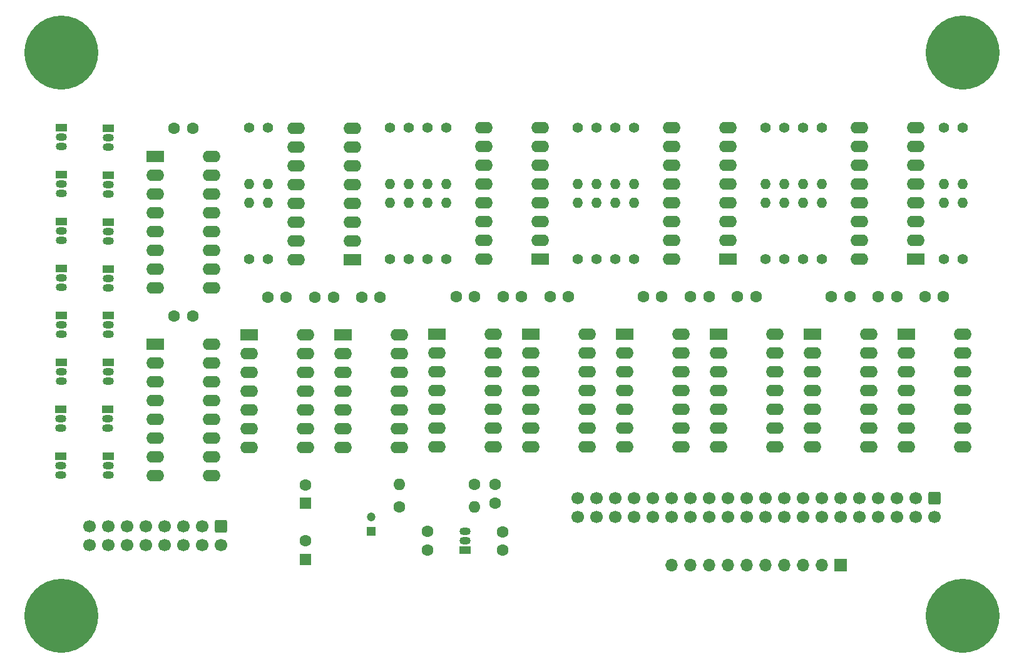
<source format=gbr>
%TF.GenerationSoftware,KiCad,Pcbnew,(6.0.6)*%
%TF.CreationDate,2022-08-01T21:04:17-04:00*%
%TF.ProjectId,calculator_interface,63616c63-756c-4617-946f-725f696e7465,rev?*%
%TF.SameCoordinates,Original*%
%TF.FileFunction,Soldermask,Top*%
%TF.FilePolarity,Negative*%
%FSLAX46Y46*%
G04 Gerber Fmt 4.6, Leading zero omitted, Abs format (unit mm)*
G04 Created by KiCad (PCBNEW (6.0.6)) date 2022-08-01 21:04:17*
%MOMM*%
%LPD*%
G01*
G04 APERTURE LIST*
G04 Aperture macros list*
%AMRoundRect*
0 Rectangle with rounded corners*
0 $1 Rounding radius*
0 $2 $3 $4 $5 $6 $7 $8 $9 X,Y pos of 4 corners*
0 Add a 4 corners polygon primitive as box body*
4,1,4,$2,$3,$4,$5,$6,$7,$8,$9,$2,$3,0*
0 Add four circle primitives for the rounded corners*
1,1,$1+$1,$2,$3*
1,1,$1+$1,$4,$5*
1,1,$1+$1,$6,$7*
1,1,$1+$1,$8,$9*
0 Add four rect primitives between the rounded corners*
20,1,$1+$1,$2,$3,$4,$5,0*
20,1,$1+$1,$4,$5,$6,$7,0*
20,1,$1+$1,$6,$7,$8,$9,0*
20,1,$1+$1,$8,$9,$2,$3,0*%
G04 Aperture macros list end*
%ADD10C,1.400000*%
%ADD11O,1.400000X1.400000*%
%ADD12R,1.600000X1.600000*%
%ADD13C,1.600000*%
%ADD14C,0.900000*%
%ADD15C,10.000000*%
%ADD16R,1.500000X1.050000*%
%ADD17O,1.500000X1.050000*%
%ADD18R,2.400000X1.600000*%
%ADD19O,2.400000X1.600000*%
%ADD20O,1.600000X1.600000*%
%ADD21R,1.200000X1.200000*%
%ADD22C,1.200000*%
%ADD23R,1.700000X1.700000*%
%ADD24O,1.700000X1.700000*%
%ADD25RoundRect,0.250000X-0.600000X0.600000X-0.600000X-0.600000X0.600000X-0.600000X0.600000X0.600000X0*%
%ADD26C,1.700000*%
G04 APERTURE END LIST*
D10*
%TO.C,R13*%
X105410000Y-60960000D03*
D11*
X105410000Y-53340000D03*
%TD*%
D12*
%TO.C,C5*%
X66040000Y-93980000D03*
D13*
X66040000Y-91480000D03*
%TD*%
%TO.C,C2*%
X92710000Y-100330000D03*
X92710000Y-97830000D03*
%TD*%
D14*
%TO.C,J4*%
X157591650Y-30368350D03*
X152288350Y-30368350D03*
X151190000Y-33020000D03*
X152288350Y-35671650D03*
X157591650Y-35671650D03*
D15*
X154940000Y-33020000D03*
D14*
X154940000Y-29270000D03*
X154940000Y-36770000D03*
X158690000Y-33020000D03*
%TD*%
D10*
%TO.C,R11*%
X85090000Y-60960000D03*
D11*
X85090000Y-53340000D03*
%TD*%
D16*
%TO.C,Q8*%
X39370000Y-62245000D03*
D17*
X39370000Y-63515000D03*
X39370000Y-64785000D03*
%TD*%
D13*
%TO.C,C20*%
X50800000Y-68595000D03*
X48300000Y-68595000D03*
%TD*%
D18*
%TO.C,U9*%
X109205000Y-71115000D03*
D19*
X109205000Y-73655000D03*
X109205000Y-76195000D03*
X109205000Y-78735000D03*
X109205000Y-81275000D03*
X109205000Y-83815000D03*
X109205000Y-86355000D03*
X116825000Y-86355000D03*
X116825000Y-83815000D03*
X116825000Y-81275000D03*
X116825000Y-78735000D03*
X116825000Y-76195000D03*
X116825000Y-73655000D03*
X116825000Y-71115000D03*
%TD*%
D13*
%TO.C,R33*%
X78740000Y-94488000D03*
D20*
X88900000Y-94488000D03*
%TD*%
D10*
%TO.C,R9*%
X82550000Y-43180000D03*
D11*
X82550000Y-50800000D03*
%TD*%
D21*
%TO.C,C4*%
X74930000Y-97790000D03*
D22*
X74930000Y-95790000D03*
%TD*%
D13*
%TO.C,C3*%
X82550000Y-97790000D03*
X82550000Y-100290000D03*
%TD*%
D10*
%TO.C,R27*%
X135890000Y-60960000D03*
D11*
X135890000Y-53340000D03*
%TD*%
D10*
%TO.C,R23*%
X128270000Y-43180000D03*
D11*
X128270000Y-50800000D03*
%TD*%
D18*
%TO.C,U8*%
X123190000Y-60960000D03*
D19*
X123190000Y-58420000D03*
X123190000Y-55880000D03*
X123190000Y-53340000D03*
X123190000Y-50800000D03*
X123190000Y-48260000D03*
X123190000Y-45720000D03*
X123190000Y-43180000D03*
X115570000Y-43180000D03*
X115570000Y-45720000D03*
X115570000Y-48260000D03*
X115570000Y-50800000D03*
X115570000Y-53340000D03*
X115570000Y-55880000D03*
X115570000Y-58420000D03*
X115570000Y-60960000D03*
%TD*%
D14*
%TO.C,J6*%
X154940000Y-112970000D03*
D15*
X154940000Y-109220000D03*
D14*
X152288350Y-106568350D03*
X157591650Y-106568350D03*
X152288350Y-111871650D03*
X151190000Y-109220000D03*
X157591650Y-111871650D03*
X154940000Y-105470000D03*
X158690000Y-109220000D03*
%TD*%
D13*
%TO.C,C16*%
X137185000Y-66035000D03*
X139685000Y-66035000D03*
%TD*%
%TO.C,R34*%
X88900000Y-91440000D03*
D20*
X78740000Y-91440000D03*
%TD*%
D16*
%TO.C,Q4*%
X39370000Y-49545000D03*
D17*
X39370000Y-50815000D03*
X39370000Y-52085000D03*
%TD*%
D18*
%TO.C,U13*%
X147305000Y-71110000D03*
D19*
X147305000Y-73650000D03*
X147305000Y-76190000D03*
X147305000Y-78730000D03*
X147305000Y-81270000D03*
X147305000Y-83810000D03*
X147305000Y-86350000D03*
X154925000Y-86350000D03*
X154925000Y-83810000D03*
X154925000Y-81270000D03*
X154925000Y-78730000D03*
X154925000Y-76190000D03*
X154925000Y-73650000D03*
X154925000Y-71110000D03*
%TD*%
D10*
%TO.C,R32*%
X154940000Y-43180000D03*
D11*
X154940000Y-50800000D03*
%TD*%
D10*
%TO.C,R8*%
X80010000Y-43180000D03*
D11*
X80010000Y-50800000D03*
%TD*%
D13*
%TO.C,C7*%
X95280000Y-66025000D03*
X92780000Y-66025000D03*
%TD*%
D16*
%TO.C,Q2*%
X39370000Y-43195000D03*
D17*
X39370000Y-44465000D03*
X39370000Y-45735000D03*
%TD*%
D18*
%TO.C,U7*%
X96535000Y-71100000D03*
D19*
X96535000Y-73640000D03*
X96535000Y-76180000D03*
X96535000Y-78720000D03*
X96535000Y-81260000D03*
X96535000Y-83800000D03*
X96535000Y-86340000D03*
X104155000Y-86340000D03*
X104155000Y-83800000D03*
X104155000Y-81260000D03*
X104155000Y-78720000D03*
X104155000Y-76180000D03*
X104155000Y-73640000D03*
X104155000Y-71100000D03*
%TD*%
D10*
%TO.C,R15*%
X102870000Y-43180000D03*
D11*
X102870000Y-50800000D03*
%TD*%
D10*
%TO.C,R16*%
X105410000Y-43180000D03*
D11*
X105410000Y-50800000D03*
%TD*%
D10*
%TO.C,R18*%
X110490000Y-43180000D03*
D11*
X110490000Y-50800000D03*
%TD*%
D16*
%TO.C,Q16*%
X39340000Y-87630000D03*
D17*
X39340000Y-88900000D03*
X39340000Y-90170000D03*
%TD*%
D16*
%TO.C,Q5*%
X33020000Y-55880000D03*
D17*
X33020000Y-57150000D03*
X33020000Y-58420000D03*
%TD*%
D10*
%TO.C,R30*%
X152400000Y-60960000D03*
D11*
X152400000Y-53340000D03*
%TD*%
D13*
%TO.C,C14*%
X111745000Y-66040000D03*
X114245000Y-66040000D03*
%TD*%
D14*
%TO.C,J3*%
X36770000Y-33020000D03*
X30368350Y-30368350D03*
X35671650Y-30368350D03*
D15*
X33020000Y-33020000D03*
D14*
X29270000Y-33020000D03*
X33020000Y-29270000D03*
X30368350Y-35671650D03*
X35671650Y-35671650D03*
X33020000Y-36770000D03*
%TD*%
D10*
%TO.C,R26*%
X135890000Y-43180000D03*
D11*
X135890000Y-50800000D03*
%TD*%
D18*
%TO.C,U2*%
X72375000Y-60975000D03*
D19*
X72375000Y-58435000D03*
X72375000Y-55895000D03*
X72375000Y-53355000D03*
X72375000Y-50815000D03*
X72375000Y-48275000D03*
X72375000Y-45735000D03*
X72375000Y-43195000D03*
X64755000Y-43195000D03*
X64755000Y-45735000D03*
X64755000Y-48275000D03*
X64755000Y-50815000D03*
X64755000Y-53355000D03*
X64755000Y-55895000D03*
X64755000Y-58435000D03*
X64755000Y-60975000D03*
%TD*%
D10*
%TO.C,R25*%
X133350000Y-43180000D03*
D11*
X133350000Y-50800000D03*
%TD*%
D10*
%TO.C,R19*%
X110490000Y-60960000D03*
D11*
X110490000Y-53340000D03*
%TD*%
D10*
%TO.C,R20*%
X107950000Y-60960000D03*
D11*
X107950000Y-53340000D03*
%TD*%
D16*
%TO.C,Q1*%
X33020000Y-43180000D03*
D17*
X33020000Y-44450000D03*
X33020000Y-45720000D03*
%TD*%
D16*
%TO.C,Q11*%
X32990000Y-74930000D03*
D17*
X32990000Y-76200000D03*
X32990000Y-77470000D03*
%TD*%
D10*
%TO.C,R2*%
X60960000Y-43180000D03*
D11*
X60960000Y-50800000D03*
%TD*%
D10*
%TO.C,R6*%
X77470000Y-60960000D03*
D11*
X77470000Y-53340000D03*
%TD*%
D16*
%TO.C,Q14*%
X39325000Y-81280000D03*
D17*
X39325000Y-82550000D03*
X39325000Y-83820000D03*
%TD*%
D10*
%TO.C,R21*%
X130810000Y-60960000D03*
D11*
X130810000Y-53340000D03*
%TD*%
D13*
%TO.C,C11*%
X73645000Y-66055000D03*
X76145000Y-66055000D03*
%TD*%
D23*
%TO.C,J7*%
X138425000Y-102320000D03*
D24*
X135885000Y-102320000D03*
X133345000Y-102320000D03*
X130805000Y-102320000D03*
X128265000Y-102320000D03*
X125725000Y-102320000D03*
X123185000Y-102320000D03*
X120645000Y-102320000D03*
X118105000Y-102320000D03*
X115565000Y-102320000D03*
%TD*%
D16*
%TO.C,Q9*%
X32990000Y-68580000D03*
D17*
X32990000Y-69850000D03*
X32990000Y-71120000D03*
%TD*%
D18*
%TO.C,U4*%
X71090000Y-71130000D03*
D19*
X71090000Y-73670000D03*
X71090000Y-76210000D03*
X71090000Y-78750000D03*
X71090000Y-81290000D03*
X71090000Y-83830000D03*
X71090000Y-86370000D03*
X78710000Y-86370000D03*
X78710000Y-83830000D03*
X78710000Y-81290000D03*
X78710000Y-78750000D03*
X78710000Y-76210000D03*
X78710000Y-73670000D03*
X78710000Y-71130000D03*
%TD*%
D13*
%TO.C,C13*%
X99130000Y-66025000D03*
X101630000Y-66025000D03*
%TD*%
D16*
%TO.C,Q10*%
X39340000Y-68580000D03*
D17*
X39340000Y-69850000D03*
X39340000Y-71120000D03*
%TD*%
D10*
%TO.C,R22*%
X128270000Y-60960000D03*
D11*
X128270000Y-53340000D03*
%TD*%
D16*
%TO.C,U1*%
X87630000Y-100330000D03*
D17*
X87630000Y-99060000D03*
X87630000Y-97790000D03*
%TD*%
D10*
%TO.C,R29*%
X154940000Y-60960000D03*
D11*
X154940000Y-53340000D03*
%TD*%
D16*
%TO.C,Q7*%
X33020000Y-62230000D03*
D17*
X33020000Y-63500000D03*
X33020000Y-64770000D03*
%TD*%
D18*
%TO.C,U3*%
X58390000Y-71130000D03*
D19*
X58390000Y-73670000D03*
X58390000Y-76210000D03*
X58390000Y-78750000D03*
X58390000Y-81290000D03*
X58390000Y-83830000D03*
X58390000Y-86370000D03*
X66010000Y-86370000D03*
X66010000Y-83830000D03*
X66010000Y-81290000D03*
X66010000Y-78750000D03*
X66010000Y-76210000D03*
X66010000Y-73670000D03*
X66010000Y-71130000D03*
%TD*%
D13*
%TO.C,C19*%
X48260000Y-43195000D03*
X50760000Y-43195000D03*
%TD*%
D18*
%TO.C,U15*%
X45705000Y-72450000D03*
D19*
X45705000Y-74990000D03*
X45705000Y-77530000D03*
X45705000Y-80070000D03*
X45705000Y-82610000D03*
X45705000Y-85150000D03*
X45705000Y-87690000D03*
X45705000Y-90230000D03*
X53325000Y-90230000D03*
X53325000Y-87690000D03*
X53325000Y-85150000D03*
X53325000Y-82610000D03*
X53325000Y-80070000D03*
X53325000Y-77530000D03*
X53325000Y-74990000D03*
X53325000Y-72450000D03*
%TD*%
D10*
%TO.C,R12*%
X82550000Y-60960000D03*
D11*
X82550000Y-53340000D03*
%TD*%
D13*
%TO.C,C18*%
X149845000Y-66035000D03*
X152345000Y-66035000D03*
%TD*%
D10*
%TO.C,R3*%
X60960000Y-60960000D03*
D11*
X60960000Y-53340000D03*
%TD*%
D13*
%TO.C,C10*%
X60945000Y-66055000D03*
X63445000Y-66055000D03*
%TD*%
D12*
%TO.C,C1*%
X66040000Y-101560000D03*
D13*
X66040000Y-99060000D03*
%TD*%
D18*
%TO.C,U10*%
X121920000Y-71120000D03*
D19*
X121920000Y-73660000D03*
X121920000Y-76200000D03*
X121920000Y-78740000D03*
X121920000Y-81280000D03*
X121920000Y-83820000D03*
X121920000Y-86360000D03*
X129540000Y-86360000D03*
X129540000Y-83820000D03*
X129540000Y-81280000D03*
X129540000Y-78740000D03*
X129540000Y-76200000D03*
X129540000Y-73660000D03*
X129540000Y-71120000D03*
%TD*%
D16*
%TO.C,Q6*%
X39370000Y-55895000D03*
D17*
X39370000Y-57165000D03*
X39370000Y-58435000D03*
%TD*%
D18*
%TO.C,U14*%
X45690000Y-47020000D03*
D19*
X45690000Y-49560000D03*
X45690000Y-52100000D03*
X45690000Y-54640000D03*
X45690000Y-57180000D03*
X45690000Y-59720000D03*
X45690000Y-62260000D03*
X45690000Y-64800000D03*
X53310000Y-64800000D03*
X53310000Y-62260000D03*
X53310000Y-59720000D03*
X53310000Y-57180000D03*
X53310000Y-54640000D03*
X53310000Y-52100000D03*
X53310000Y-49560000D03*
X53310000Y-47020000D03*
%TD*%
D16*
%TO.C,Q13*%
X32975000Y-81280000D03*
D17*
X32975000Y-82550000D03*
X32975000Y-83820000D03*
%TD*%
D18*
%TO.C,U12*%
X134605000Y-71115000D03*
D19*
X134605000Y-73655000D03*
X134605000Y-76195000D03*
X134605000Y-78735000D03*
X134605000Y-81275000D03*
X134605000Y-83815000D03*
X134605000Y-86355000D03*
X142225000Y-86355000D03*
X142225000Y-83815000D03*
X142225000Y-81275000D03*
X142225000Y-78735000D03*
X142225000Y-76195000D03*
X142225000Y-73655000D03*
X142225000Y-71115000D03*
%TD*%
D16*
%TO.C,Q12*%
X39340000Y-74930000D03*
D17*
X39340000Y-76200000D03*
X39340000Y-77470000D03*
%TD*%
D10*
%TO.C,R5*%
X80010000Y-60960000D03*
D11*
X80010000Y-53340000D03*
%TD*%
D10*
%TO.C,R4*%
X58420000Y-60960000D03*
D11*
X58420000Y-53340000D03*
%TD*%
D16*
%TO.C,Q15*%
X32975000Y-87630000D03*
D17*
X32975000Y-88900000D03*
X32975000Y-90170000D03*
%TD*%
D10*
%TO.C,R14*%
X102870000Y-60960000D03*
D11*
X102870000Y-53340000D03*
%TD*%
D18*
%TO.C,U5*%
X97820000Y-60945000D03*
D19*
X97820000Y-58405000D03*
X97820000Y-55865000D03*
X97820000Y-53325000D03*
X97820000Y-50785000D03*
X97820000Y-48245000D03*
X97820000Y-45705000D03*
X97820000Y-43165000D03*
X90200000Y-43165000D03*
X90200000Y-45705000D03*
X90200000Y-48245000D03*
X90200000Y-50785000D03*
X90200000Y-53325000D03*
X90200000Y-55865000D03*
X90200000Y-58405000D03*
X90200000Y-60945000D03*
%TD*%
D10*
%TO.C,R24*%
X130810000Y-43180000D03*
D11*
X130810000Y-50800000D03*
%TD*%
D25*
%TO.C,J1*%
X54610000Y-97037500D03*
D26*
X54610000Y-99577500D03*
X52070000Y-97037500D03*
X52070000Y-99577500D03*
X49530000Y-97037500D03*
X49530000Y-99577500D03*
X46990000Y-97037500D03*
X46990000Y-99577500D03*
X44450000Y-97037500D03*
X44450000Y-99577500D03*
X41910000Y-97037500D03*
X41910000Y-99577500D03*
X39370000Y-97037500D03*
X39370000Y-99577500D03*
X36830000Y-97037500D03*
X36830000Y-99577500D03*
%TD*%
D14*
%TO.C,J5*%
X33020000Y-112970000D03*
D15*
X33020000Y-109220000D03*
D14*
X30368350Y-106568350D03*
X33020000Y-105470000D03*
X36770000Y-109220000D03*
X29270000Y-109220000D03*
X30368350Y-111871650D03*
X35671650Y-111871650D03*
X35671650Y-106568350D03*
%TD*%
D18*
%TO.C,U11*%
X148590000Y-60925000D03*
D19*
X148590000Y-58385000D03*
X148590000Y-55845000D03*
X148590000Y-53305000D03*
X148590000Y-50765000D03*
X148590000Y-48225000D03*
X148590000Y-45685000D03*
X148590000Y-43145000D03*
X140970000Y-43145000D03*
X140970000Y-45685000D03*
X140970000Y-48225000D03*
X140970000Y-50765000D03*
X140970000Y-53305000D03*
X140970000Y-55845000D03*
X140970000Y-58385000D03*
X140970000Y-60925000D03*
%TD*%
D10*
%TO.C,R31*%
X152400000Y-43180000D03*
D11*
X152400000Y-50800000D03*
%TD*%
D16*
%TO.C,Q3*%
X33020000Y-49530000D03*
D17*
X33020000Y-50800000D03*
X33020000Y-52070000D03*
%TD*%
D13*
%TO.C,C17*%
X91694000Y-91440000D03*
X91694000Y-93940000D03*
%TD*%
D10*
%TO.C,R28*%
X133350000Y-60960000D03*
D11*
X133350000Y-53340000D03*
%TD*%
D13*
%TO.C,C15*%
X124500000Y-66040000D03*
X127000000Y-66040000D03*
%TD*%
D10*
%TO.C,R10*%
X85090000Y-43180000D03*
D11*
X85090000Y-50800000D03*
%TD*%
D10*
%TO.C,R7*%
X77470000Y-43180000D03*
D11*
X77470000Y-50800000D03*
%TD*%
D10*
%TO.C,R1*%
X58420000Y-43180000D03*
D11*
X58420000Y-50800000D03*
%TD*%
D13*
%TO.C,C8*%
X120650000Y-66040000D03*
X118150000Y-66040000D03*
%TD*%
D25*
%TO.C,J2*%
X151130000Y-93242500D03*
D26*
X151130000Y-95782500D03*
X148590000Y-93242500D03*
X148590000Y-95782500D03*
X146050000Y-93242500D03*
X146050000Y-95782500D03*
X143510000Y-93242500D03*
X143510000Y-95782500D03*
X140970000Y-93242500D03*
X140970000Y-95782500D03*
X138430000Y-93242500D03*
X138430000Y-95782500D03*
X135890000Y-93242500D03*
X135890000Y-95782500D03*
X133350000Y-93242500D03*
X133350000Y-95782500D03*
X130810000Y-93242500D03*
X130810000Y-95782500D03*
X128270000Y-93242500D03*
X128270000Y-95782500D03*
X125730000Y-93242500D03*
X125730000Y-95782500D03*
X123190000Y-93242500D03*
X123190000Y-95782500D03*
X120650000Y-93242500D03*
X120650000Y-95782500D03*
X118110000Y-93242500D03*
X118110000Y-95782500D03*
X115570000Y-93242500D03*
X115570000Y-95782500D03*
X113030000Y-93242500D03*
X113030000Y-95782500D03*
X110490000Y-93242500D03*
X110490000Y-95782500D03*
X107950000Y-93242500D03*
X107950000Y-95782500D03*
X105410000Y-93242500D03*
X105410000Y-95782500D03*
X102870000Y-93242500D03*
X102870000Y-95782500D03*
%TD*%
D13*
%TO.C,C12*%
X86430000Y-66025000D03*
X88930000Y-66025000D03*
%TD*%
%TO.C,C9*%
X146050000Y-66005000D03*
X143550000Y-66005000D03*
%TD*%
D18*
%TO.C,U6*%
X83835000Y-71100000D03*
D19*
X83835000Y-73640000D03*
X83835000Y-76180000D03*
X83835000Y-78720000D03*
X83835000Y-81260000D03*
X83835000Y-83800000D03*
X83835000Y-86340000D03*
X91455000Y-86340000D03*
X91455000Y-83800000D03*
X91455000Y-81260000D03*
X91455000Y-78720000D03*
X91455000Y-76180000D03*
X91455000Y-73640000D03*
X91455000Y-71100000D03*
%TD*%
D13*
%TO.C,C6*%
X69835000Y-66055000D03*
X67335000Y-66055000D03*
%TD*%
D10*
%TO.C,R17*%
X107950000Y-43180000D03*
D11*
X107950000Y-50800000D03*
%TD*%
M02*

</source>
